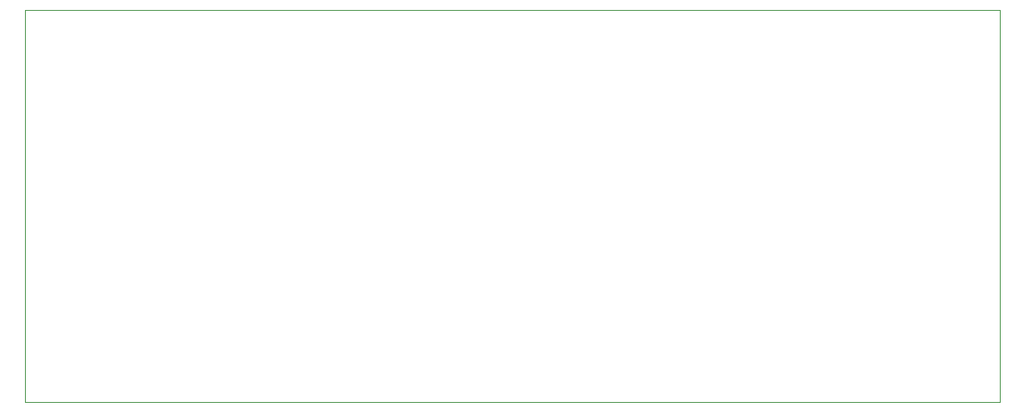
<source format=gbr>
G04 #@! TF.GenerationSoftware,KiCad,Pcbnew,(5.1.4)-1*
G04 #@! TF.CreationDate,2020-01-19T21:47:34+01:00*
G04 #@! TF.ProjectId,EuroHelper,4575726f-4865-46c7-9065-722e6b696361,rev?*
G04 #@! TF.SameCoordinates,Original*
G04 #@! TF.FileFunction,Profile,NP*
%FSLAX46Y46*%
G04 Gerber Fmt 4.6, Leading zero omitted, Abs format (unit mm)*
G04 Created by KiCad (PCBNEW (5.1.4)-1) date 2020-01-19 21:47:34*
%MOMM*%
%LPD*%
G04 APERTURE LIST*
%ADD10C,0.050000*%
G04 APERTURE END LIST*
D10*
X159512000Y-84582000D02*
X98806000Y-84582000D01*
X159512000Y-44704000D02*
X159512000Y-84582000D01*
X60452000Y-44704000D02*
X159512000Y-44704000D01*
X60452000Y-84582000D02*
X60452000Y-44704000D01*
X98806000Y-84582000D02*
X60452000Y-84582000D01*
M02*

</source>
